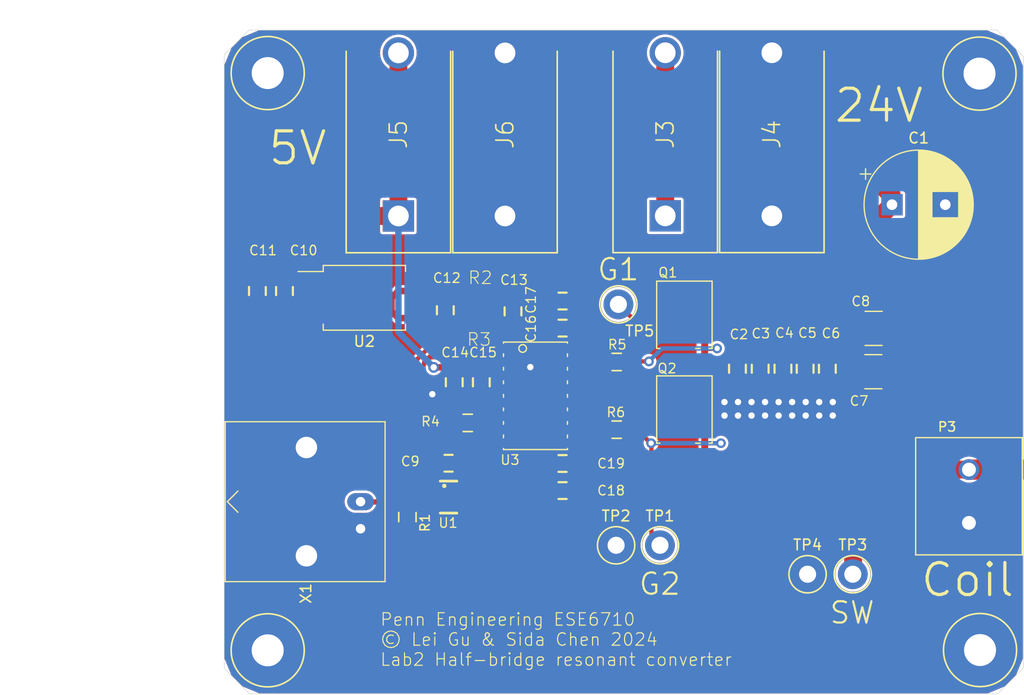
<source format=kicad_pcb>
(kicad_pcb (version 20241229) (generator "pcbnew") (generator_version "9.0")
  (layers (0 "F.Cu" signal) (2 "B.Cu" signal) (13 "F.Paste" user) (15 "B.Paste" user) (5 "F.SilkS" user "F.Silkscreen") (7 "B.SilkS" user "B.Silkscreen") (1 "F.Mask" user) (3 "B.Mask" user) (25 "Edge.Cuts" user))
  (net 0 "")
  (net 1 "GND")
  (net 2 "/VIN")
  (net 3 "/SW")
  (net 4 "/CR-LR")
  (net 5 "/5V")
  (net 6 "/5V_Q1_NF")
  (net 7 "/SW_NF")
  (net 8 "/5V_Q1")
  (net 9 "/G1")
  (net 10 "/G2")
  (net 11 "/FS")
  (net 12 "/DT12")
  (net 13 "/G1_R")
  (net 14 "/G2_R")
  (net 15 "/P1")
  (footprint "seriesresonant_F19:C1206" (layer "F.Cu") (at 128.397 119.2022 180)
    (property "Reference" "C9" (at 2.6416 0.1778 0) (layer "F.SilkS") (effects (font (size 0.893674 0.893674) (thickness 0.122326)) (justify right)))
    (property "Value" "0.1u")
    (pad "1" smd rect (at -1.4 0 180) (size 1.6 1.8) (layers "F.Cu" "F.Mask" "F.Paste") (net 5 "/5V"))
    (pad "2" smd rect (at 1.4 0 180) (size 1.6 1.8) (layers "F.Cu" "F.Mask" "F.Paste") (net 1 "GND"))
  )
  (footprint "seriesresonant_F19:R0603" (layer "F.Cu") (at 131.241802 103.454198)
    (property "Reference" "R2" (at -1.0795 -1.651 0) (layer "F.SilkS") (effects (font (size 1.176528 1.176528) (thickness 0.093472)) (justify left)))
    (property "Value" "1k5")
    (pad "1" smd rect (at -0.85 0) (size 1 1.1) (layers "F.Cu" "F.Mask" "F.Paste") (net 6 "/5V_Q1_NF"))
    (pad "2" smd rect (at 0.85 0) (size 1 1.1) (layers "F.Cu" "F.Mask" "F.Paste") (net 8 "/5V_Q1"))
  )
  (footprint "seriesresonant_F19:C1206" (layer "F.Cu") (at 139.0904 121.7676)
    (property "Reference" "C18" (at 3.175 0 0) (layer "F.SilkS") (effects (font (size 0.893674 0.893674) (thickness 0.122326)) (justify left)))
    (property "Value" "10u")
    (pad "1" smd rect (at -1.4 0) (size 1.6 1.8) (layers "F.Cu" "F.Mask" "F.Paste") (net 5 "/5V"))
    (pad "2" smd rect (at 1.4 0) (size 1.6 1.8) (layers "F.Cu" "F.Mask" "F.Paste") (net 1 "GND"))
  )
  (footprint "seriesresonant_F19:C1206" (layer "F.Cu") (at 110.464602 103.047798 90)
    (property "Reference" "C11" (at 3.81 1.905 0) (layer "F.SilkS") (effects (font (size 0.893674 0.893674) (thickness 0.122326)) (justify right)))
    (property "Value" ".1u")
    (pad "1" smd rect (at -1.4 0 90) (size 1.6 1.8) (layers "F.Cu" "F.Mask" "F.Paste") (net 5 "/5V"))
    (pad "2" smd rect (at 1.4 0 90) (size 1.6 1.8) (layers "F.Cu" "F.Mask" "F.Paste") (net 1 "GND"))
  )
  (footprint "seriesresonant_F19:C1206" (layer "F.Cu") (at 163.931602 110.337598 -90)
    (property "Reference" "C6" (at -3.327402 0.609598 0) (layer "F.SilkS") (effects (font (size 0.893674 0.893674) (thickness 0.122326)) (justify left)))
    (property "Value" "10u")
    (pad "1" smd rect (at -1.4 0 270) (size 1.6 1.8) (layers "F.Cu" "F.Mask" "F.Paste") (net 2 "/VIN"))
    (pad "2" smd rect (at 1.4 0 270) (size 1.6 1.8) (layers "F.Cu" "F.Mask" "F.Paste") (net 1 "GND"))
  )
  (footprint "seriesresonant_F19:C1206" (layer "F.Cu") (at 157.632402 110.337598 -90)
    (property "Reference" "C3" (at -3.302002 0.888998 0) (layer "F.SilkS") (effects (font (size 0.893674 0.893674) (thickness 0.122326)) (justify left)))
    (property "Value" "10u")
    (pad "1" smd rect (at -1.4 0 270) (size 1.6 1.8) (layers "F.Cu" "F.Mask" "F.Paste") (net 2 "/VIN"))
    (pad "2" smd rect (at 1.4 0 270) (size 1.6 1.8) (layers "F.Cu" "F.Mask" "F.Paste") (net 1 "GND"))
  )
  (footprint "seriesresonant_F19:C1206" (layer "F.Cu") (at 139.0904 119.2276)
    (property "Reference" "C19" (at 3.175 0 0) (layer "F.SilkS") (effects (font (size 0.893674 0.893674) (thickness 0.122326)) (justify left)))
    (property "Value" ".1u")
    (pad "1" smd rect (at -1.4 0) (size 1.6 1.8) (layers "F.Cu" "F.Mask" "F.Paste") (net 5 "/5V"))
    (pad "2" smd rect (at 1.4 0) (size 1.6 1.8) (layers "F.Cu" "F.Mask" "F.Paste") (net 1 "GND"))
  )
  (footprint "seriesresonant_F19:R1206" (layer "F.Cu") (at 124.5362 124.2568 -90)
    (property "Reference" "R1" (at -0.4064 -2.159 90) (layer "F.SilkS") (effects (font (size 0.87376 0.87376) (thickness 0.14224)) (justify right bottom)))
    (property "Value" "1k")
    (pad "1" smd rect (at -1.422 0 270) (size 1.6 1.803) (layers "F.Cu" "F.Mask" "F.Paste") (net 11 "/FS"))
    (pad "2" smd rect (at 1.422 0 270) (size 1.6 1.803) (layers "F.Cu" "F.Mask" "F.Paste") (net 1 "GND"))
  )
  (footprint "seriesresonant_F19:C1206" (layer "F.Cu") (at 139.0904 103.9876 180)
    (property "Reference" "C17" (at 2.960598 1.486802 90) (layer "F.SilkS") (effects (font (size 0.893674 0.893674) (thickness 0.122326)) (justify right)))
    (property "Value" ".1u")
    (pad "1" smd rect (at -1.4 0 180) (size 1.6 1.8) (layers "F.Cu" "F.Mask" "F.Paste") (net 8 "/5V_Q1"))
    (pad "2" smd rect (at 1.4 0 180) (size 1.6 1.8) (layers "F.Cu" "F.Mask" "F.Paste") (net 3 "/SW"))
  )
  (footprint "seriesresonant_F19:SOT-23(5)" (layer "F.Cu") (at 128.397 122.3772 -90)
    (property "Reference" "U1" (at 2.423598 -0.932802 0) (layer "F.SilkS") (effects (font (size 0.893674 0.893674) (thickness 0.122326)) (justify right)))
    (property "Value" "SN74LVC1G34")
    (pad "1" smd rect (at -0.95 1.35 270) (size 0.6 1.05) (layers "F.Cu" "F.Paste") (net 1 "GND"))
    (pad "2" smd rect (at 0 1.35 270) (size 0.6 1.05) (layers "F.Cu" "F.Paste") (net 11 "/FS"))
    (pad "3" smd rect (at 0.95 1.35 270) (size 0.6 1.05) (layers "F.Cu" "F.Paste") (net 1 "GND"))
    (pad "4" smd rect (at 0.95 -1.35 270) (size 0.6 1.05) (layers "F.Cu" "F.Paste") (net 15 "/P1"))
    (pad "5" smd rect (at -0.95 -1.35 270) (size 0.6 1.05) (layers "F.Cu" "F.Paste") (net 5 "/5V"))
  )
  (footprint "seriesresonant_F19:3,0-PAD" (layer "F.Cu") (at 178.2064 82.6516 90)
    (property "Reference" "H4" (hide yes))
    (property "Value" "MOUNT-PAD-ROUND3.0" (hide yes))
    (pad "B3,0" thru_hole circle (at 0 0 90) (size 5.842 5.842) (drill 3) (layers "*.Cu" "*.Mask") (net 1 "GND"))
  )
  (footprint "seriesresonant_F19:3,0-PAD" (layer "F.Cu") (at 111.4298 82.6008)
    (property "Reference" "H2" (hide yes))
    (property "Value" "MOUNT-PAD-ROUND3.0" (hide yes))
    (pad "B3,0" thru_hole circle (at 0 0) (size 5.842 5.842) (drill 3) (layers "*.Cu" "*.Mask") (net 1 "GND"))
  )
  (footprint "seriesresonant_F19:SOIC16NB" (layer "F.Cu") (at 136.5504 112.8776 -90)
    (property "Reference" "U3" (at 6.0198 3.3655 0) (layer "F.SilkS") (effects (font (size 0.893674 0.893674) (thickness 0.122326)) (justify left)))
    (property "Value" "SI8274GB1-IS1")
    (pad "1" smd rect (at -4.445 2.7 270) (size 0.6 1.55) (layers "F.Cu" "F.Mask" "F.Paste") (net 15 "/P1"))
    (pad "2" smd rect (at -3.175 2.7 270) (size 0.6 1.55) (layers "F.Cu" "F.Mask" "F.Paste") (net 1 "GND"))
    (pad "3" smd rect (at -1.905 2.7 270) (size 0.6 1.55) (layers "F.Cu" "F.Mask" "F.Paste") (net 5 "/5V"))
    (pad "4" smd rect (at -0.635 2.7 270) (size 0.6 1.55) (layers "F.Cu" "F.Mask" "F.Paste") (net 1 "GND"))
    (pad "5" smd rect (at 0.635 2.7 270) (size 0.6 1.55) (layers "F.Cu" "F.Mask" "F.Paste") (net 5 "/5V"))
    (pad "6" smd rect (at 1.905 2.7 270) (size 0.6 1.55) (layers "F.Cu" "F.Mask" "F.Paste") (net 12 "/DT12"))
    (pad "7" smd rect (at 3.175 2.7 270) (size 0.6 1.55) (layers "F.Cu" "F.Mask" "F.Paste") (net 1 "GND"))
    (pad "8" smd rect (at 4.445 2.7 270) (size 0.6 1.55) (layers "F.Cu" "F.Mask" "F.Paste") (net 5 "/5V"))
    (pad "9" smd rect (at 4.445 -2.7 90) (size 0.6 1.55) (layers "F.Cu" "F.Mask" "F.Paste") (net 1 "GND"))
    (pad "10" smd rect (at 3.175 -2.7 90) (size 0.6 1.55) (layers "F.Cu" "F.Mask" "F.Paste") (net 14 "/G2_R"))
    (pad "11" smd rect (at 1.905 -2.7 90) (size 0.6 1.55) (layers "F.Cu" "F.Mask" "F.Paste") (net 5 "/5V"))
    (pad "12" smd rect (at 0.635 -2.7 90) (size 0.6 1.55) (layers "F.Cu" "F.Mask" "F.Paste"))
    (pad "13" smd rect (at -0.635 -2.7 90) (size 0.6 1.55) (layers "F.Cu" "F.Mask" "F.Paste"))
    (pad "14" smd rect (at -1.905 -2.7 90) (size 0.6 1.55) (layers "F.Cu" "F.Mask" "F.Paste") (net 3 "/SW"))
    (pad "15" smd rect (at -3.175 -2.7 90) (size 0.6 1.55) (layers "F.Cu" "F.Mask" "F.Paste") (net 13 "/G1_R"))
    (pad "16" smd rect (at -4.445 -2.7 90) (size 0.6 1.55) (layers "F.Cu" "F.Mask" "F.Paste") (net 8 "/5V_Q1"))
  )
  (footprint "TestPoint:TestPoint_Keystone_5005-5009_Compact" (layer "F.Cu") (at 162.077402 129.616198)
    (property "Reference" "TP4" (at 0 -2.75 0) (layer "F.SilkS"))
    (property "Value" "TestPoint_Probe")
    (pad "1" thru_hole circle (at 0 0) (size 2.8 2.8) (drill 1.6) (layers "*.Cu" "*.Mask") (net 1 "GND"))
  )
  (footprint "TestPoint:TestPoint_Keystone_5005-5009_Compact" (layer "F.Cu") (at 166.319202 129.616198)
    (property "Reference" "TP3" (at 0 -2.75 0) (layer "F.SilkS"))
    (property "Value" "TestPoint_Probe")
    (pad "1" thru_hole circle (at 0 0) (size 2.8 2.8) (drill 1.6) (layers "*.Cu" "*.Mask") (net 3 "/SW"))
  )
  (footprint "seriesresonant_F19:DELTRON_571-0500_0" (layer "F.Cu") (at 158.7246 88.3458 90)
    (property "Reference" "J4" (at 0 0 90) (layer "F.SilkS") (effects (font (size 1.6 1.6))))
    (property "Value" "Conn_01x01_Pin" (hide yes))
    (pad "1" thru_hole rect (at -7.65 0 90) (size 2.94 2.94) (drill 1.94) (layers "*.Cu" "*.Mask") (net 1 "GND"))
    (pad "1" thru_hole circle (at 7.65 0 90) (size 2.94 2.94) (drill 1.94) (layers "*.Cu" "*.Mask") (net 1 "GND"))
  )
  (footprint "seriesresonant_F19:C1206" (layer "F.Cu") (at 128.092202 104.851198 -90)
    (property "Reference" "C12" (at -3.0226 1.2319 0) (layer "F.SilkS") (effects (font (size 0.893674 0.893674) (thickness 0.122326)) (justify left)))
    (property "Value" ".1u")
    (pad "1" smd rect (at -1.4 0 270) (size 1.6 1.8) (layers "F.Cu" "F.Mask" "F.Paste") (net 6 "/5V_Q1_NF"))
    (pad "2" smd rect (at 1.4 0 270) (size 1.6 1.8) (layers "F.Cu" "F.Mask" "F.Paste") (net 7 "/SW_NF"))
  )
  (footprint "seriesresonant_F19:R1206" (layer "F.Cu") (at 144.1704 116.0526)
    (property "Reference" "R6" (at -1.0287 -1.6256 0) (layer "F.SilkS") (effects (font (size 0.893674 0.893674) (thickness 0.122326)) (justify left)))
    (property "Value" "R1206")
    (pad "1" smd rect (at -1.422 0) (size 1.6 1.803) (layers "F.Cu" "F.Mask" "F.Paste") (net 14 "/G2_R"))
    (pad "2" smd rect (at 1.422 0) (size 1.6 1.803) (layers "F.Cu" "F.Mask" "F.Paste") (net 10 "/G2"))
  )
  (footprint "seriesresonant_F19:TDSON-8" (layer "F.Cu") (at 150.5204 109.0676)
    (property "Reference" "Q1" (at -2.5273 -7.747 0) (layer "F.SilkS") (effects (font (size 0.893674 0.893674) (thickness 0.122326)) (justify left)))
    (property "Value" "BSC065N06LS5")
    (pad "D" smd rect (at 0 -4.35) (size 4.7 5) (layers "F.Cu" "F.Paste") (net 2 "/VIN"))
    (pad "G" smd rect (at 1.905 -0.6) (size 0.65 1.2) (layers "F.Cu" "F.Paste") (net 9 "/G1"))
    (pad "S" smd rect (at -0.635 -0.6) (size 3.19 1.2) (layers "F.Cu" "F.Paste") (net 3 "/SW"))
  )
  (footprint "seriesresonant_F19:DELTRON_571-0500_0" (layer "F.Cu") (at 133.6924 88.3578 90)
    (property "Reference" "J6" (at 0 0 90) (layer "F.SilkS") (effects (font (size 1.6 1.6))))
    (property "Value" "Conn_01x01_Pin" (hide yes))
    (pad "1" thru_hole rect (at -7.65 0 90) (size 2.94 2.94) (drill 1.94) (layers "*.Cu" "*.Mask") (net 1 "GND"))
    (pad "1" thru_hole circle (at 7.65 0 90) (size 2.94 2.94) (drill 1.94) (layers "*.Cu" "*.Mask") (net 1 "GND"))
  )
  (footprint "seriesresonant_F19:DELTRON_571-0500_0" (layer "F.Cu") (at 148.7246 88.3458 90)
    (property "Reference" "J3" (at 0 0 90) (layer "F.SilkS") (effects (font (size 1.6 1.6))))
    (property "Value" "Conn_01x01_Pin" (hide yes))
    (pad "1" thru_hole rect (at -7.65 0 90) (size 2.94 2.94) (drill 1.94) (layers "*.Cu" "*.Mask") (net 2 "/VIN"))
    (pad "1" thru_hole circle (at 7.65 0 90) (size 2.94 2.94) (drill 1.94) (layers "*.Cu" "*.Mask") (net 2 "/VIN"))
  )
  (footprint "seriesresonant_F19:C1206" (layer "F.Cu") (at 134.442202 104.952798 -90)
    (property "Reference" "C13" (at -2.9464 1.2827 0) (layer "F.SilkS") (effects (font (size 0.893674 0.893674) (thickness 0.122326)) (justify left)))
    (property "Value" "10u")
    (pad "1" smd rect (at -1.4 0 270) (size 1.6 1.8) (layers "F.Cu" "F.Mask" "F.Paste") (net 8 "/5V_Q1"))
    (pad "2" smd rect (at 1.4 0 270) (size 1.6 1.8) (layers "F.Cu" "F.Mask" "F.Paste") (net 3 "/SW"))
  )
  (footprint "seriesresonant_F19:3,0-PAD" (layer "F.Cu") (at 111.4298 136.7536)
    (property "Reference" "H1" (hide yes))
    (property "Value" "MOUNT-PAD-ROUND3.0" (hide yes))
    (pad "B3,0" thru_hole circle (at 0 0) (size 5.842 5.842) (drill 3) (layers "*.Cu" "*.Mask") (net 1 "GND"))
  )
  (footprint "seriesresonant_F19:C1206" (layer "F.Cu") (at 159.766002 110.337598 -90)
    (property "Reference" "C4" (at -3.352802 0.812798 0) (layer "F.SilkS") (effects (font (size 0.893674 0.893674) (thickness 0.122326)) (justify left)))
    (property "Value" "10u")
    (pad "1" smd rect (at -1.4 0 270) (size 1.6 1.8) (layers "F.Cu" "F.Mask" "F.Paste") (net 2 "/VIN"))
    (pad "2" smd rect (at 1.4 0 270) (size 1.6 1.8) (layers "F.Cu" "F.Mask" "F.Paste") (net 1 "GND"))
  )
  (footprint "seriesresonant_F19:C1206" (layer "F.Cu") (at 113.004602 103.047798 90)
    (property "Reference" "C10" (at 3.81 3.175 0) (layer "F.SilkS") (effects (font (size 0.893674 0.893674) (thickness 0.122326)) (justify right)))
    (property "Value" "10u")
    (pad "1" smd rect (at -1.4 0 90) (size 1.6 1.8) (layers "F.Cu" "F.Mask" "F.Paste") (net 5 "/5V"))
    (pad "2" smd rect (at 1.4 0 90) (size 1.6 1.8) (layers "F.Cu" "F.Mask" "F.Paste") (net 1 "GND"))
  )
  (footprint "seriesresonant_F19:R1206" (layer "F.Cu") (at 130.2004 115.4176 180)
    (property "Reference" "R4" (at 2.54 0.127 0) (layer "F.SilkS") (effects (font (size 0.893674 0.893674) (thickness 0.122326)) (justify right)))
    (property "Value" "R1206")
    (pad "1" smd rect (at -1.422 0 180) (size 1.6 1.803) (layers "F.Cu" "F.Mask" "F.Paste") (net 12 "/DT12"))
    (pad "2" smd rect (at 1.422 0 180) (size 1.6 1.803) (layers "F.Cu" "F.Mask" "F.Paste") (net 1 "GND"))
  )
  (footprint "seriesresonant_F19:DELTRON_571-0500_0" (layer "F.Cu") (at 123.6924 88.3578 90)
    (property "Reference" "J5" (at 0 0 90) (layer "F.SilkS") (effects (font (size 1.6 1.6))))
    (property "Value" "Conn_01x01_Pin" (hide yes))
    (pad "1" thru_hole rect (at -7.65 0 90) (size 2.94 2.94) (drill 1.94) (layers "*.Cu" "*.Mask") (net 5 "/5V"))
    (pad "1" thru_hole circle (at 7.65 0 90) (size 2.94 2.94) (drill 1.94) (layers "*.Cu" "*.Mask") (net 5 "/5V"))
  )
  (footprint "seriesresonant_F19:C1206" (layer "F.Cu") (at 139.0904 106.5276 180)
    (property "Reference" "C16" (at 2.960598 1.326802 90) (layer "F.SilkS") (effects (font (size 0.893674 0.893674) (thickness 0.122326)) (justify right)))
    (property "Value" "10u")
    (pad "1" smd rect (at -1.4 0 180) (size 1.6 1.8) (layers "F.Cu" "F.Mask" "F.Paste") (net 8 "/5V_Q1"))
    (pad "2" smd rect (at 1.4 0 180) (size 1.6 1.8) (layers "F.Cu" "F.Mask" "F.Paste") (net 3 "/SW"))
  )
  (footprint "seriesresonant_F19:C1206" (layer "F.Cu") (at 131.4704 111.6076 -90)
    (property "Reference" "C15" (at -2.794 1.2192 0) (layer "F.SilkS") (effects (font (size 0.893674 0.893674) (thickness 0.122326)) (justify left)))
    (property "Value" ".1u")
    (pad "1" smd rect (at -1.4 0 270) (size 1.6 1.8) (layers "F.Cu" "F.Mask" "F.Paste") (net 5 "/5V"))
    (pad "2" smd rect (at 1.4 0 270) (size 1.6 1.8) (layers "F.Cu" "F.Mask" "F.Paste") (net 1 "GND"))
  )
  (footprint "Connector_Coaxial:BNC_Amphenol_B6252HB-NPP3G-50_Horizontal" (layer "F.Cu") (at 120.142 122.809 90)
    (property "Reference" "X1" (at -8.6106 -5.1308 90) (layer "F.SilkS"))
    (property "Value" "BN35N61")
    (pad "1" thru_hole oval (at 0 0 90) (size 1.6 2.5) (drill 0.89) (layers "*.Cu" "*.Mask") (net 11 "/FS"))
    (pad "2" thru_hole oval (at -5.08 -5.08 90) (size 3.5 7) (drill 2.01) (layers "*.Cu" "*.Mask") (net 1 "GND"))
    (pad "2" thru_hole oval (at -2.54 0 90) (size 1.6 2.5) (drill 0.89) (layers "*.Cu" "*.Mask") (net 1 "GND"))
    (pad "2" thru_hole oval (at 5.08 -5.08 90) (size 3.5 7) (drill 2.01) (layers "*.Cu" "*.Mask") (net 1 "GND"))
  )
  (footprint "seriesresonant_F19:C1206" (layer "F.Cu") (at 128.9304 111.6076 -90)
    (property "Reference" "C14" (at -2.794 1.2954 0) (layer "F.SilkS") (effects (font (size 0.893674 0.893674) (thickness 0.122326)) (justify left)))
    (property "Value" "10u")
    (pad "1" smd rect (at -1.4 0 270) (size 1.6 1.8) (layers "F.Cu" "F.Mask" "F.Paste") (net 5 "/5V"))
    (pad "2" smd rect (at 1.4 0 270) (size 1.6 1.8) (layers "F.Cu" "F.Mask" "F.Paste") (net 1 "GND"))
  )
  (footprint "seriesresonant_F19:C1812" (layer "F.Cu") (at 168.275002 106.553)
    (property "Reference" "C8" (at -2.159 -2.54 0) (layer "F.SilkS") (effects (font (size 0.893674 0.893674) (thickness 0.122326)) (justify left)))
    (property "Value" "CNP1812")
    (pad "1" smd rect (at -1.95 0) (size 1.9 3.4) (layers "F.Cu" "F.Mask" "F.Paste") (net 3 "/SW"))
    (pad "2" smd rect (at 1.95 0) (size 1.9 3.4) (layers "F.Cu" "F.Mask" "F.Paste") (net 4 "/CR-LR"))
  )
  (footprint "TestPoint:TestPoint_Keystone_5005-5009_Compact" (layer "F.Cu") (at 144.329802 104.300798)
    (property "Reference" "TP5" (at 2 2.5 0) (layer "F.SilkS"))
    (property "Value" "TestPoint_Probe")
    (pad "1" thru_hole circle (at 0 0) (size 2.8 2.8) (drill 1.6) (layers "*.Cu" "*.Mask") (net 9 "/G1"))
  )
  (footprint "seriesresonant_F19:R0603" (layer "F.Cu") (at 131.267202 106.222798)
    (property "Reference" "R3" (at -1.219202 1.371602 0) (layer "F.SilkS") (effects (font (size 1.176528 1.176528) (thickness 0.093472)) (justify left)))
    (property "Value" "1k5")
    (pad "1" smd rect (at -0.85 0) (size 1 1.1) (layers "F.Cu" "F.Mask" "F.Paste") (net 7 "/SW_NF"))
    (pad "2" smd rect (at 0.85 0) (size 1 1.1) (layers "F.Cu" "F.Mask" "F.Paste") (net 3 "/SW"))
  )
  (footprint "Capacitor_THT:CP_Radial_D10.0mm_P5.00mm" (layer "F.Cu") (at 169.996723 94.9452)
    (property "Reference" "C1" (at 2.5 -6.25 0) (layer "F.SilkS"))
    (property "Value" "100u")
    (pad "1" thru_hole rect (at 0 0) (size 2 2) (drill 1) (layers "*.Cu" "*.Mask") (net 2 "/VIN"))
    (pad "2" thru_hole circle (at 5 0) (size 2 2) (drill 1) (layers "*.Cu" "*.Mask") (net 1 "GND"))
  )
  (footprint "seriesresonant_F19:C1206" (layer "F.Cu") (at 161.848802 110.337598 -90)
    (property "Reference" "C5" (at -3.352802 0.736598 0) (layer "F.SilkS") (effects (font (size 0.893674 0.893674) (thickness 0.122326)) (justify left)))
    (property "Value" "10u")
    (pad "1" smd rect (at -1.4 0 270) (size 1.6 1.8) (layers "F.Cu" "F.Mask" "F.Paste") (net 2 "/VIN"))
    (pad "2" smd rect (at 1.4 0 270) (size 1.6 1.8) (layers "F.Cu" "F.Mask" "F.Paste") (net 1 "GND"))
  )
  (footprint "TestPoint:TestPoint_Keystone_5005-5009_Compact" (layer "F.Cu") (at 148.229802 126.900798)
    (property "Reference" "TP1" (at 0 -2.75 0) (layer "F.SilkS"))
    (property "Value" "TestPoint_Probe")
    (pad "1" thru_hole circle (at 0 0) (size 2.8 2.8) (drill 1.6) (layers "*.Cu" "*.Mask") (net 10 "/G2"))
  )
  (footprint "seriesresonant_F19:3,0-PAD" (layer "F.Cu") (at 178.2572 136.7282)
    (property "Reference" "H3" (hide yes))
    (property "Value" "MOUNT-PAD-ROUND3.0" (hide yes))
    (pad "B3,0" thru_hole circle (at 0 0) (size 5.842 5.842) (drill 3) (layers "*.Cu" "*.Mask") (net 1 "GND"))
  )
  (footprint "seriesresonant_F19:C1206" (layer "F.Cu") (at 155.498802 110.337598 -90)
    (property "Reference" "C2" (at -3.225802 0.812798 0) (layer "F.SilkS") (effects (font (size 0.893674 0.893674) (thickness 0.122326)) (justify left)))
    (property "Value" "10u")
    (pad "1" smd rect (at -1.4 0 270) (size 1.6 1.8) (layers "F.Cu" "F.Mask" "F.Paste") (net 2 "/VIN"))
    (pad "2" smd rect (at 1.4 0 270) (size 1.6 1.8) (layers "F.Cu" "F.Mask" "F.Paste") (net 1 "GND"))
  )
  (footprint "Package_SO:SOIC-8_7.5x5.85mm_P1.27mm" (layer "F.Cu") (at 120.4976 103.6828)
    (property "Reference" "U2" (at 0 4.0894 0) (layer "F.SilkS"))
    (property "Value" "ADUM5028")
    (pad "1" smd roundrect (at -5.325 -1.905) (size 1.8 0.6) (layers "F.Cu" "F.Mask" "F.Paste") (net 1 "GND"))
    (pad "2" smd roundrect (at -5.325 -0.635) (size 1.8 0.6) (layers "F.Cu" "F.Mask" "F.Paste") (net 1 "GND"))
    (pad "3" smd roundrect (at -5.325 0.635) (size 1.8 0.6) (layers "F.Cu" "F.Mask" "F.Paste") (net 5 "/5V"))
    (pad "4" smd roundrect (at -5.325 1.905) (size 1.8 0.6) (layers "F.Cu" "F.Mask" "F.Paste") (net 1 "GND"))
    (pad "5" smd roundrect (at 5.325 1.905) (size 1.8 0.6) (layers "F.Cu" "F.Mask" "F.Paste") (net 7 "/SW_NF"))
    (pad "6" smd roundrect (at 5.325 0.635) (size 1.8 0.6) (layers "F.Cu" "F.Mask" "F.Paste") (net 6 "/5V_Q1_NF"))
    (pad "7" smd roundrect (at 5.325 -0.635) (size 1.8 0.6) (layers "F.Cu" "F.Mask" "F.Paste") (net 7 "/SW_NF"))
    (pad "8" smd roundrect (at 5.325 -1.905) (size 1.8 0.6) (layers "F.Cu" "F.Mask" "F.Paste") (net 6 "/5V_Q1_NF"))
  )
  (footprint "seriesresonant_F19:R1206" (layer "F.Cu") (at 144.1704 109.7026)
    (property "Reference" "R5" (at -0.9017 -1.6256 0) (layer "F.SilkS") (effects (font (size 0.893674 0.893674) (thickness 0.122326)) (justify left)))
    (property "Value" "R1206")
    (pad "1" smd rect (at -1.422 0) (size 1.6 1.803) (layers "F.Cu" "F.Mask" "F.Paste") (net 13 "/G1_R"))
    (pad "2" smd rect (at 1.422 0) (size 1.6 1.803) (layers "F.Cu" "F.Mask" "F.Paste") (net 9 "/G1"))
  )
  (footprint "seriesresonant_F19:TDSON-8" (layer "F.Cu") (at 150.5204 117.9576)
    (property "Reference" "Q2" (at -2.6035 -7.6454 0) (layer "F.SilkS") (effects (font (size 0.893674 0.893674) (thickness 0.122326)) (justify left)))
    (property "Value" "BSC065N06LS5")
    (pad "D" smd rect (at 0 -4.35) (size 4.7 5) (layers "F.Cu" "F.Paste") (net 3 "/SW"))
    (pad "G" smd rect (at 1.905 -0.6) (size 0.65 1.2) (layers "F.Cu" "F.Paste") (net 10 "/G2"))
    (pad "S" smd rect (at -0.635 -0.6) (size 3.19 1.2) (layers "F.Cu" "F.Paste") (net 1 "GND"))
  )
  (footprint "seriesresonant_F19:TERMINAL_BLOCK_17A" (layer "F.Cu") (at 177.2158 122.300798 -90)
    (property "Reference" "P3" (at -6 3 0) (layer "F.SilkS") (effects (font (size 0.87376 0.87376) (thickness 0.14224)) (justify left bottom)))
    (property "Value" "TERMINAL_BLOCK_17A")
    (pad "1" thru_hole circle (at -2.5 0 270) (size 1.95 1.95) (drill 1.3) (layers "*.Cu" "*.Mask") (net 4 "/CR-LR"))
    (pad "2" thru_hole circle (at 2.5 0 270) (size 1.95 1.95) (drill 1.3) (layers "*.Cu" "*.Mask") (net 1 "GND"))
  )
  (footprint "seriesresonant_F19:C1812" (layer "F.Cu") (at 168.2496 110.617)
    (property "Reference" "C7" (at -2.2987 2.7432 0) (layer "F.SilkS") (effects (font (size 0.893674 0.893674) (thickness 0.122326)) (justify left)))
    (property "Value" "CNP1812")
    (pad "1" smd rect (at -1.95 0) (size 1.9 3.4) (layers "F.Cu" "F.Mask" "F.Paste") (net 3 "/SW"))
    (pad "2" smd rect (at 1.95 0) (size 1.9 3.4) (layers "F.Cu" "F.Mask" "F.Paste") (net 4 "/CR-LR"))
  )
  (footprint "TestPoint:TestPoint_Keystone_5005-5009_Compact" (layer "F.Cu") (at 144.115002 126.900798)
    (property "Reference" "TP2" (at 0 -2.75 0) (layer "F.SilkS"))
    (property "Value" "TestPoint_Probe")
    (pad "1" thru_hole circle (at 0 0) (size 2.8 2.8) (drill 1.6) (layers "*.Cu" "*.Mask") (net 1 "GND"))
  )
  (gr_rect (start 177.329802 118.900798) (end 182.329802 120.700798) (stroke (width 0.1)) (fill yes) (layer "F.Cu") (net 4))
  (gr_poly (pts (xy 109.688383 78.5622) (xy 107.3531 80.885923) (xy 107.3531 138.4554) (xy 109.7153 140.8176) (xy 179.9209 140.8176) (xy 182.3085 138.43) (xy 182.3085 81.026) (xy 179.8447 78.5622)) (stroke (width 0.05)) (fill no) (layer "Edge.Cuts"))
  (gr_text "G2\n" (at 146.129802 131.700798 0) (layer "F.SilkS") (effects (font (size 2 2) (thickness 0.2)) (justify left bottom)))
  (gr_text "Coil" (at 172.529802 131.900798 0) (layer "F.SilkS") (effects (font (size 3 3) (thickness 0.3)) (justify left bottom)))
  (gr_text "G1" (at 142.229802 102.200798 0) (layer "F.SilkS") (effects (font (size 2 2) (thickness 0.2)) (justify left bottom)))
  (gr_text "SW" (at 164.029802 134.400798 0) (layer "F.SilkS") (effects (font (size 2 2) (thickness 0.2)) (justify left bottom)))
  (gr_text "24V" (at 164.429802 87.400798 0) (layer "F.SilkS") (effects (font (size 3 3) (thickness 0.3)) (justify left bottom)))
  (gr_text "Penn Engineering ESE6710\n© Lei Gu & Sida Chen 2024\nLab2 Half-bridge resonant converter" (at 121.92 138.303 0) (layer "F.SilkS") (effects (font (size 1.1684 1.1684) (thickness 0.1016)) (justify left bottom)))
  (gr_text "5V" (at 111.329802 91.400798 0) (layer "F.SilkS") (effects (font (size 3 3) (thickness 0.3)) (justify left bottom)))
  (segment (start 113.5126 101.6478) (end 110.9726 101.6478) (width 0.6096) (layer "F.Cu") (net 1))
  (segment (start 132.2354 112.2426) (end 131.4704 113.0076) (width 0.6096) (layer "F.Cu") (net 1))
  (segment (start 117.9576 103.6828) (end 117.3226 103.0478) (width 0.6096) (layer "F.Cu") (net 1))
  (segment (start 139.2504 117.9876) (end 140.4904 119.2276) (width 0.6096) (layer "F.Cu") (net 1))
  (segment (start 131.4704 113.0076) (end 128.9304 113.0076) (width 0.6096) (layer "F.Cu") (net 1))
  (segment (start 113.6426 101.7778) (end 113.5126 101.6478) (width 0.6096) (layer "F.Cu") (net 1))
  (segment (start 115.163602 101.7778) (end 113.6426 101.7778) (width 0.6096) (layer "F.Cu") (net 1))
  (segment (start 117.3226 105.5878) (end 117.9576 104.9528) (width 0.6096) (layer "F.Cu") (net 1))
  (segment (start 140.4904 119.2276) (end 140.4904 121.7676) (width 0.4064) (layer "F.Cu") (net 1))
  (segment (start 117.9576 104.9528) (end 117.9576 103.6828) (width 0.6096) (layer "F.Cu") (net 1))
  (segment (start 115.9476 105.5878) (end 117.3226 105.5878) (width 0.6096) (layer "F.Cu") (net 1))
  (segment (start 139.2504 117.3226) (end 139.2504 117.9876) (width 0.6096) (layer "F.Cu") (net 1))
  (segment (start 133.8504 112.2426) (end 132.2354 112.2426) (width 0.6096) (layer "F.Cu") (net 1))
  (segment (start 115.163602 103.0478) (end 115.163602 101.7778) (width 0.6096) (layer "F.Cu") (net 1))
  (segment (start 117.3226 103.0478) (end 115.163602 103.0478) (width 0.6096) (layer "F.Cu") (net 1))
  (via (at 164.4396 113.4618) (size 1.0064) (drill 0.6) (layers "F.Cu" "B.Cu") (net 1))
  (via (at 164.4396 114.7318) (size 1.0064) (drill 0.6) (layers "F.Cu" "B.Cu") (net 1))
  (via (at 163.1696 113.4618) (size 1.0064) (drill 0.6) (layers "F.Cu" "B.Cu") (net 1))
  (via (at 136.0678 110.1852) (size 1.0064) (drill 0.6) (layers "F.Cu" "B.Cu") (net 1))
  (via (at 156.8196 113.4618) (size 1.0064) (drill 0.6) (layers "F.Cu" "B.Cu") (net 1))
  (via (at 154.2796 114.7318) (size 1.0064) (drill 0.6) (layers "F.Cu" "B.Cu") (net 1))
  (via (at 163.1696 114.7318) (size 1.0064) (drill 0.6) (layers "F.Cu" "B.Cu") (net 1))
  (via (at 158.0896 113.4618) (size 1.0064) (drill 0.6) (layers "F.Cu" "B.Cu") (net 1))
  (via (at 161.8996 113.4618) (size 1.0064) (drill 0.6) (layers "F.Cu" "B.Cu") (net 1))
  (via (at 159.3596 113.4618) (size 1.0064) (drill 0.6) (layers "F.Cu" "B.Cu") (net 1))
  (via (at 155.5496 113.4618) (size 1.0064) (drill 0.6) (layers "F.Cu" "B.Cu") (net 1))
  (via (at 156.8196 114.7318) (size 1.0064) (drill 0.6) (layers "F.Cu" "B.Cu") (net 1))
  (via (at 158.0896 114.7318) (size 1.0064) (drill 0.6) (layers "F.Cu" "B.Cu") (net 1))
  (via (at 155.5496 114.7318) (size 1.0064) (drill 0.6) (layers "F.Cu" "B.Cu") (net 1))
  (via (at 160.6296 113.4618) (size 1.0064) (drill 0.6) (layers "F.Cu" "B.Cu") (net 1))
  (via (at 160.6296 114.7318) (size 1.0064) (drill 0.6) (layers "F.Cu" "B.Cu") (net 1))
  (via (at 126.873 112.7252) (size 1.0064) (drill 0.6) (layers "F.Cu" "B.Cu") (net 1))
  (via (at 154.2796 113.4618) (size 1.0064) (drill 0.6) (layers "F.Cu" "B.Cu") (net 1))
  (via (at 161.8996 114.7318) (size 1.0064) (drill 0.6) (layers "F.Cu" "B.Cu") (net 1))
  (via (at 159.3596 114.7318) (size 1.0064) (drill 0.6) (layers "F.Cu" "B.Cu") (net 1))
  (segment (start 163.931602 101.396802) (end 163.8046 101.2698) (width 1.6764) (layer "F.Cu") (net 2))
  (segment (start 148.7246 80.6958) (end 148.7246 92.7862) (width 1.6764) (layer "F.Cu") (net 2))
  (segment (start 169.996723 94.126923) (end 167.5384 91.6686) (width 1.6764) (layer "F.Cu") (net 2))
  (segment (start 163.8046 101.2698) (end 163.8046 101.137323) (width 1.6764) (layer "F.Cu") (net 2))
  (segment (start 161.9504 108.8106) (end 161.848802 108.912198) (width 1.27) (layer "F.Cu") (net 2))
  (segment (start 169.996723 94.9452) (end 169.996723 94.126923) (width 1.6764) (layer "F.Cu") (net 2))
  (segment (start 163.8046 101.137323) (end 169.996723 94.9452) (width 1.6764) (layer "F.Cu") (net 2))
  (segment (start 148.7246 92.7862) (end 148.7246 95.9958) (width 1.6764) (layer "F.Cu") (net 2))
  (segment (start 167.5384 91.6686) (end 148.7246 91.6686) (width 1.6764) (layer "F.Cu") (net 2))
  (segment (start 163.931602 108.937598) (end 163.931602 101.396802) (width 1.6764) (layer "F.Cu") (net 2))
  (segment (start 166.325002 109.158598) (end 165.146 110.3376) (width 0.6096) (layer "F.Cu") (net 3))
  (segment (start 153.7904 110.3376) (end 150.5204 113.6076) (width 0.6096) (layer "F.Cu") (net 3))
  (segment (start 137.8204 110.3376) (end 137.8204 106.6576) (width 0.6096) (layer "F.Cu") (net 3))
  (segment (start 139.2504 110.9726) (end 138.4554 110.9726) (width 0.6096) (layer "F.Cu") (net 3))
  (segment (start 166.3504 129.585) (end 166.319202 129.616198) (width 1.6764) (layer "F.Cu") (net 3))
  (segment (start 134.442202 106.352798) (end 132.247202 106.352798) (width 0.6096) (layer "F.Cu") (net 3))
  (segment (start 166.325002 106.553) (end 166.3504 106.578398) (width 1.6764) (layer "F.Cu") (net 3))
  (segment (start 134.617004 106.5276) (end 134.442202 106.352798) (width 0.6096) (layer "F.Cu") (net 3))
  (segment (start 137.8204 106.6576) (end 137.6904 106.5276) (width 0.6096) (layer "F.Cu") (net 3))
  (segment (start 166.3504 106.578398) (end 166.3504 129.585) (width 1.6764) (layer "F.Cu") (net 3))
  (segment (start 165.146 110.3376) (end 153.7904 110.3376) (width 0.6096) (layer "F.Cu") (net 3))
  (segment (start 137.6904 103.9876) (end 137.6904 106.5276) (width 0.6096) (layer "F.Cu") (net 3))
  (segment (start 132.247202 106.352798) (end 132.117202 106.222798) (width 0.6096) (layer "F.Cu") (net 3))
  (segment (start 166.325002 106.553) (end 166.325002 109.158598) (width 0.6096) (layer "F.Cu") (net 3))
  (segment (start 137.6904 106.5276) (end 134.617004 106.5276) (width 0.6096) (layer "F.Cu") (net 3))
  (segment (start 138.4554 110.9726) (end 137.8204 110.3376) (width 0.6096) (layer "F.Cu") (net 3))
  (segment (start 170.2504 106.578398) (end 170.2504 110.5662) (width 1.6764) (layer "F.Cu") (net 4))
  (segment (start 170.225002 106.553) (end 170.2504 106.578398) (width 1.6764) (layer "F.Cu") (net 4))
  (segment (start 170.1996 114.770596) (end 170.1996 110.617) (width 1.6764) (layer "F.Cu") (net 4))
  (segment (start 175.229802 119.800798) (end 170.1996 114.770596) (width 1.6764) (layer "F.Cu") (net 4))
  (segment (start 177.2158 119.800798) (end 175.229802 119.800798) (width 1.6764) (layer "F.Cu") (net 4))
  (segment (start 133.8504 117.5842) (end 132.2324 119.2022) (width 0.6096) (layer "F.Cu") (net 5))
  (segment (start 137.8204 114.7826) (end 137.8204 119.0976) (width 0.6096) (layer "F.Cu") (net 5))
  (segment (start 115.172598 104.317798) (end 115.1726 104.3178) (width 0.6096) (layer "F.Cu") (net 5))
  (segment (start 108.574002 103.438398) (end 109.583402 104.447798) (width 1.6764) (layer "F.Cu") (net 5))
  (segment (start 135.2804 113.5126) (end 135.9154 113.5126) (width 0.6096) (layer "F.Cu") (net 5))
  (segment (start 135.2804 113.5126) (end 135.2804 111.6076) (width 0.6096) (layer "F.Cu") (net 5))
  (segment (start 132.2354 110.9726) (end 131.4704 110.2076) (width 0.6096) (layer "F.Cu") (net 5))
  (segment (start 110.464602 104.447798) (end 113.004602 104.447798) (width 1.6764) (layer "F.Cu") (net 5))
  (segment (start 129.797 119.2022) (end 129.797 121.3772) (width 0.6096) (layer "F.Cu") (net 5))
  (segment (start 133.8504 113.5126) (end 135.2804 113.5126) (width 0.6096) (layer "F.Cu") (net 5))
  (segment (start 113.004602 104.447798) (end 113.134602 104.317798) (width 0.6096) (layer "F.Cu") (net 5))
  (segment (start 109.583402 104.447798) (end 110.464602 104.447798) (width 1.6764) (layer "F.Cu") (net 5))
  (segment (start 108.574002 99.731398) (end 108.574002 103.438398) (width 1.6764) (layer "F.Cu") (net 5))
  (segment (start 112.2976 96.0078) (end 108.574002 99.731398) (width 1.6764) (layer "F.Cu") (net 5))
  (segment (start 123.6924 96.0078) (end 112.2976 96.0078) (width 1.6764) (layer "F.Cu") (net 5))
  (segment (start 135.9154 113.5126) (end 137.1854 114.7826) (width 0.6096) (layer "F.Cu") (net 5))
  (segment (start 134.6454 110.9726) (end 133.8504 110.9726) (width 0.6096) (layer "F.Cu") (net 5))
  (segment (start 135.2804 117.3226) (end 135.2804 113.5126) (width 0.6096) (layer "F.Cu") (net 5))
  (segment (start 129.797 121.3772) (end 129.747 121.4272) (width 0.6096) (layer "F.Cu") (net 5))
  (segment (start 135.2804 111.6076) (end 134.6454 110.9726) (width 0.6096) (layer "F.Cu") (net 5))
  (segment (start 127 110.2076) (end 131.4704 110.2076) (width 0.6096) (layer "F.Cu") (net 5))
  (segment (start 133.8504 110.9726) (end 132.2354 110.9726) (width 0.6096) (layer "F.Cu") (net 5))
  (segment (start 137.6904 119.2276) (end 137.6904 121.7676) (width 0.4064) (layer "F.Cu") (net 5))
  (segment (start 139.2504 114.7826) (end 137.8204 114.7826) (width 0.6096) (layer "F.Cu") (net 5))
  (segment (start 137.1854 114.7826) (end 139.2504 114.7826) (width 0.6096) (layer "F.Cu") (net 5))
  (segment (start 132.2324 119.2022) (end 129.797 119.2022) (width 0.6096) (layer "F.Cu") (net 5))
  (segment (start 133.8504 117.3226) (end 135.2804 117.3226) (width 0.6096) (layer "F.Cu") (net 5))
  (segment (start 113.134602 104.317798) (end 115.172598 104.317798) (width 0.6096) (layer "F.Cu") (net 5))
  (segment (start 137.8204 119.0976) (end 137.6904 119.2276) (width 0.6096) (layer "F.Cu") (net 5))
  (segment (start 133.8504 117.3226) (end 133.8504 117.5842) (width 0.6096) (layer "F.Cu") (net 5))
  (segment (start 123.6924 80.7078) (end 123.6924 96.0078) (width 1.6764) (layer "F.Cu") (net 5))
  (via (at 127 110.2076) (size 1.0064) (drill 0.6) (layers "F.Cu" "B.Cu") (net 5))
  (segment (start 127 110.2076) (end 123.6924 106.9) (width 0.6096) (layer "B.Cu") (net 5))
  (segment (start 123.6924 106.9) (end 123.6924 96.0078) (width 0.6096) (layer "B.Cu") (net 5))
  (segment (start 128.092202 102.565198) (end 128.092202 103.451198) (width 0.6096) (layer "F.Cu") (net 6))
  (segment (start 130.391802 103.454198) (end 128.095202 103.454198) (width 0.6096) (layer "F.Cu") (net 6))
  (segment (start 125.8226 101.7778) (end 127.304804 101.7778) (width 0.6096) (layer "F.Cu") (net 6))
  (segment (start 125.8226 104.3178) (end 127.3272 104.3178) (width 0.6096) (layer "F.Cu") (net 6))
  (segment (start 127.304804 101.7778) (end 128.092202 102.565198) (width 0.6096) (layer "F.Cu") (net 6))
  (segment (start 127.3272 104.3178) (end 128.092202 103.552798) (width 0.6096) (layer "F.Cu") (net 6))
  (segment (start 123.6726 103.0478) (end 125.0476 103.0478) (width 0.6096) (layer "F.Cu") (net 7))
  (segment (start 123.0376 103.6828) (end 123.6726 103.0478) (width 0.6096) (layer "F.Cu") (net 7))
  (segment (start 123.0376 104.9528) (end 123.0376 103.6828) (width 0.6096) (layer "F.Cu") (net 7))
  (segment (start 127.352598 106.222798) (end 126.7176 105.5878) (width 0.6096) (layer "F.Cu") (net 7))
  (segment (start 126.7176 105.5878) (end 123.6726 105.5878) (width 0.6096) (layer "F.Cu") (net 7))
  (segment (start 130.417202 106.222798) (end 127.352598 106.222798) (width 0.6096) (layer "F.Cu") (net 7))
  (segment (start 123.6726 105.5878) (end 123.0376 104.9528) (width 0.6096) (layer "F.Cu") (net 7))
  (segment (start 135.3646 102.6304) (end 139.1332 102.6304) (width 0.6096) (layer "F.Cu") (net 8))
  (segment (start 139.2504 107.7676) (end 140.4904 106.5276) (width 0.6096) (layer "F.Cu") (net 8))
  (segment (start 140.4904 103.9876) (end 140.4904 106.5276) (width 0.6096) (layer "F.Cu") (net 8))
  (segment (start 132.190402 103.552798) (end 134.442202 103.552798) (width 0.6096) (layer "F.Cu") (net 8))
  (segment (start 134.442202 103.552798) (end 135.3646 102.6304) (width 0.6096) (layer "F.Cu") (net 8))
  (segment (start 132.091802 103.454198) (end 132.190402 103.552798) (width 0.6096) (layer "F.Cu") (net 8))
  (segment (start 139.1332 102.6304) (end 140.4904 103.9876) (width 0.6096) (layer "F.Cu") (net 8))
  (segment (start 139.2504 108.4326) (end 139.2504 107.7676) (width 0.6096) (layer "F.Cu") (net 8))
  (segment (start 147.193 109.6518) (end 145.6432 109.6518) (width 0.4064) (layer "F.Cu") (net 9))
  (segment (start 145.5924 105.563396) (end 144.329802 104.300798) (width 0.4064) (layer "F.Cu") (net 9))
  (segment (start 145.6432 109.6518) (end 145.5924 109.7026) (width 0.4064) (layer "F.Cu") (net 9))
  (segment (start 153.5938 108.4326) (end 153.5588 108.4676) (width 0.4064) (layer "F.Cu") (net 9))
  (segment (start 145.5924 109.7026) (end 145.5924 105.563396) (width 0.4064) (layer "F.Cu") (net 9))
  (segment (start 153.5588 108.4676) (end 152.4254 108.4676) (width 0.4064) (layer "F.Cu") (net 9))
  (via (at 153.5938 108.4326) (size 0.9064) (drill 0.5) (layers "F.Cu" "B.Cu") (net 9))
  (via (at 147.193 109.6518) (size 0.9064) (drill 0.5) (layers "F.Cu" "B.Cu") (net 9))
  (segment (start 148.4122 108.4326) (end 147.193 109.6518) (width 0.4064) (layer "B.Cu") (net 9))
  (segment (start 153.5938 108.4326) (end 148.4122 108.4326) (width 0.4064) (layer "B.Cu") (net 9))
  (segment (start 147.351604 117.3226) (end 146.081604 116.0526) (width 0.4064) (layer "F.Cu") (net 10))
  (segment (start 147.429802 117.356202) (end 147.429802 126.100798) (width 0.4064) (layer "F.Cu") (net 10))
  (segment (start 148.2044 126.875396) (end 148.229802 126.900798) (width 0.4064) (layer "F.Cu") (net 10))
  (segment (start 147.3962 117.3226) (end 147.429802 117.356202) (width 0.4064) (layer "F.Cu") (net 10))
  (segment (start 152.4604 117.3226) (end 152.4254 117.3576) (width 0.4064) (layer "F.Cu") (net 10))
  (segment (start 147.429802 126.100798) (end 148.229802 126.900798) (width 0.4064) (layer "F.Cu") (net 10))
  (segment (start 146.081604 116.0526) (end 145.5924 116.0526) (width 0.4064) (layer "F.Cu") (net 10))
  (segment (start 153.9494 117.3226) (end 152.4604 117.3226) (width 0.4064) (layer "F.Cu") (net 10))
  (segment (start 147.3962 117.3226) (end 147.351604 117.3226) (width 0.4064) (layer "F.Cu") (net 10))
  (via (at 153.9494 117.3226) (size 0.9064) (drill 0.5) (layers "F.Cu" "B.Cu") (net 10))
  (via (at 147.3962 117.3226) (size 0.9064) (drill 0.5) (layers "F.Cu" "B.Cu") (net 10))
  (segment (start 147.3962 117.3226) (end 153.9494 117.3226) (width 0.4064) (layer "B.Cu") (net 10))
  (segment (start 124.5362 122.8348) (end 120.1678 122.8348) (width 0.5) (layer "F.Cu") (net 11))
  (segment (start 124.9938 122.3772) (end 127.047 122.3772) (width 0.5) (layer "F.Cu") (net 11))
  (segment (start 124.5362 122.8348) (end 124.9938 122.3772) (width 0.5) (layer "F.Cu") (net 11))
  (segment (start 120.1678 122.8348) (end 120.142 122.809) (width 0.5) (layer "F.Cu") (net 11))
  (segment (start 133.8504 114.7826) (end 132.2574 114.7826) (width 0.6096) (layer "F.Cu") (net 12))
  (segment (start 132.2574 114.7826) (end 131.6224 115.4176) (width 0.6096) (layer "F.Cu") (net 12))
  (segment (start 139.2504 109.7026) (end 142.7484 109.7026) (width 0.4064) (layer "F.Cu") (net 13))
  (segment (start 139.2504 116.0526) (end 142.7484 116.0526) (width 0.4064) (layer "F.Cu") (net 14))
  (segment (start 125.4506 109.4486) (end 125.4506 115.451) (width 0.4064) (layer "F.Cu") (net 15))
  (segment (start 133.8504 108.4326) (end 126.4666 108.4326) (width 0.4064) (layer "F.Cu") (net 15))
  (segment (start 128.4732 118.4736) (end 128.4732 122.0534) (width 0.4064) (layer "F.Cu") (net 15))
  (segment (start 128.4732 122.0534) (end 129.747 123.3272) (width 0.4064) (layer "F.Cu") (net 15))
  (segment (start 125.4506 115.451) (end 128.4732 118.4736) (width 0.4064) (layer "F.Cu") (net 15))
  (segment (start 126.4666 108.4326) (end 125.4506 109.4486) (width 0.4064) (layer "F.Cu") (net 15))
  (zone (net 2) (net_name "/VIN") (layer "F.Cu") (priority 3) (connect_pads yes (clearance 0.254)) (min_thickness 0.127) (fill yes (thermal_gap 0.5) (thermal_bridge_width 0.5) (smoothing fillet) (radius 1))
    (polygon (pts (xy 164.7952 109.8296) (xy 154.4574 109.8296) (xy 154.4574 107.2896) (xy 147.8534 107.2896) (xy 147.8534 101.3206) (xy 164.7952 101.3206)))
  )
  (zone (net 1) (net_name "GND") (layer "F.Cu") (priority 3) (connect_pads yes (clearance 0.254)) (min_thickness 0.127) (fill yes (thermal_gap 0.5) (thermal_bridge_width 0.5))
    (polygon (pts (xy 164.846 119.9896) (xy 147.8534 119.9896) (xy 147.8534 116.5606) (xy 153.8986 116.5606) (xy 153.8986 110.8456) (xy 164.846 110.8456)))
  )
  (zone (net 3) (net_name "/SW") (layer "F.Cu") (priority 6) (connect_pads yes (clearance 0.254)) (min_thickness 0.127) (fill yes (thermal_gap 0.5) (thermal_bridge_width 0.5) (smoothing fillet) (radius 1))
    (polygon (pts (xy 151.6634 109.5756) (xy 153.1874 109.5756) (xy 153.1874 116.1796) (xy 147.8534 116.1796) (xy 147.8534 107.6706) (xy 151.6634 107.6706)))
  )
  (zone (net 3) (net_name "/SW") (layer "F.Cu") (priority 3) (connect_pads yes (clearance 0.254)) (min_thickness 0.127) (fill yes (thermal_gap 0.5) (thermal_bridge_width 0.5) (smoothing fillet) (radius 1))
    (polygon (pts (xy 151.2824 111.7346) (xy 137.4394 111.7346) (xy 137.4394 107.6706) (xy 151.2824 107.6706)))
  )
  (zone (net 1) (net_name "GND") (layers "F.Cu" "B.Cu") (connect_pads yes (clearance 0.25)) (min_thickness 0.25) (fill yes (thermal_gap 0.25) (thermal_bridge_width 0.5) (smoothing chamfer) (radius 1))
    (polygon (pts (xy 182.3212 140.97) (xy 107.315 140.97) (xy 107.315 78.3844) (xy 182.3212 78.3844)))
  )
)
</source>
